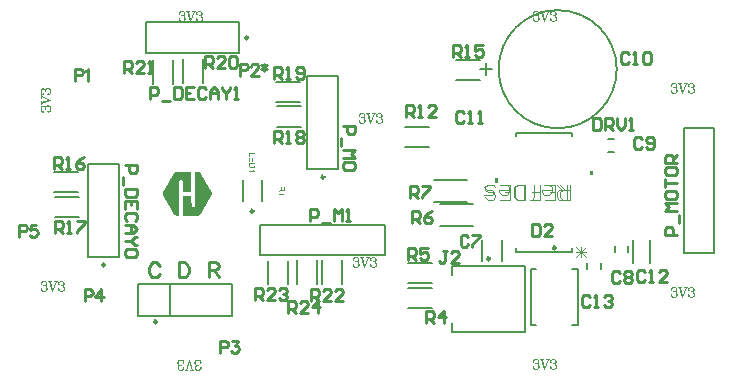
<source format=gbr>
G04*
G04 #@! TF.GenerationSoftware,Altium Limited,Altium Designer,25.8.1 (18)*
G04*
G04 Layer_Color=65535*
%FSLAX25Y25*%
%MOIN*%
G70*
G04*
G04 #@! TF.SameCoordinates,4BE62294-00A5-47EF-9B78-CB70749D35C4*
G04*
G04*
G04 #@! TF.FilePolarity,Positive*
G04*
G01*
G75*
%ADD10C,0.00984*%
%ADD11C,0.00787*%
%ADD12C,0.00600*%
%ADD13C,0.01000*%
%ADD14C,0.00300*%
%ADD15C,0.00591*%
G36*
X75149Y5083D02*
X74149D01*
Y6583D01*
X75149D01*
Y5083D01*
D02*
G37*
G36*
X43349Y2524D02*
X42349D01*
Y4024D01*
X43349D01*
Y2524D01*
D02*
G37*
G36*
X-58777Y6080D02*
Y6020D01*
Y5960D01*
Y5900D01*
Y5840D01*
Y5780D01*
Y5720D01*
Y5660D01*
Y5600D01*
Y5540D01*
Y5480D01*
Y5420D01*
Y5360D01*
Y5300D01*
Y5240D01*
Y5180D01*
Y5120D01*
Y5060D01*
Y5000D01*
Y4940D01*
Y4880D01*
Y4820D01*
Y4760D01*
Y4700D01*
Y4640D01*
Y4580D01*
Y4520D01*
Y4460D01*
Y4400D01*
Y4340D01*
Y4280D01*
Y4220D01*
Y4160D01*
Y4100D01*
Y4040D01*
Y3980D01*
Y3920D01*
Y3860D01*
Y3800D01*
Y3740D01*
Y3680D01*
Y3620D01*
Y3560D01*
Y3500D01*
Y3440D01*
Y3380D01*
Y3320D01*
Y3260D01*
Y3200D01*
Y3140D01*
Y3080D01*
Y3020D01*
Y2960D01*
Y2900D01*
Y2840D01*
Y2780D01*
Y2720D01*
Y2660D01*
Y2600D01*
Y2540D01*
Y2480D01*
Y2420D01*
Y2360D01*
Y2300D01*
Y2240D01*
Y2180D01*
Y2120D01*
Y2060D01*
Y2000D01*
Y1940D01*
Y1880D01*
Y1820D01*
Y1760D01*
Y1700D01*
Y1640D01*
Y1580D01*
Y1520D01*
Y1460D01*
Y1400D01*
Y1340D01*
Y1280D01*
Y1220D01*
Y1160D01*
Y1100D01*
Y1040D01*
Y980D01*
Y920D01*
Y860D01*
Y800D01*
Y740D01*
Y680D01*
Y620D01*
Y560D01*
Y500D01*
Y440D01*
Y380D01*
Y320D01*
Y260D01*
Y200D01*
Y140D01*
Y80D01*
Y20D01*
Y-40D01*
Y-100D01*
Y-160D01*
Y-220D01*
Y-280D01*
Y-340D01*
Y-400D01*
X-61537D01*
Y-340D01*
X-61597D01*
Y-280D01*
Y-220D01*
Y-160D01*
Y-100D01*
Y-40D01*
Y20D01*
Y80D01*
Y140D01*
Y200D01*
Y260D01*
Y320D01*
Y380D01*
Y440D01*
Y500D01*
Y560D01*
Y620D01*
Y680D01*
Y740D01*
Y800D01*
Y860D01*
Y920D01*
Y980D01*
Y1040D01*
Y1100D01*
Y1160D01*
Y1220D01*
Y1280D01*
Y1340D01*
Y1400D01*
Y1460D01*
Y1520D01*
Y1580D01*
Y1640D01*
Y1700D01*
Y1760D01*
Y1820D01*
Y1880D01*
Y1940D01*
Y2000D01*
Y2060D01*
Y2120D01*
Y2180D01*
Y2240D01*
Y2300D01*
Y2360D01*
Y2420D01*
Y2480D01*
Y2540D01*
Y2600D01*
Y2660D01*
Y2720D01*
Y2780D01*
Y2840D01*
Y2900D01*
Y2960D01*
Y3020D01*
Y3080D01*
X-61657D01*
Y3140D01*
Y3200D01*
X-61717D01*
Y3260D01*
X-61777D01*
Y3320D01*
X-61837D01*
Y3380D01*
X-61957D01*
Y3440D01*
X-62197D01*
Y3500D01*
X-62257D01*
Y3440D01*
X-62497D01*
Y3380D01*
X-62617D01*
Y3320D01*
X-62677D01*
Y3260D01*
X-62737D01*
Y3200D01*
X-62797D01*
Y3140D01*
Y3080D01*
X-62857D01*
Y3020D01*
Y2960D01*
Y2900D01*
Y2840D01*
Y2780D01*
Y2720D01*
Y2660D01*
Y2600D01*
Y2540D01*
Y2480D01*
Y2420D01*
Y2360D01*
Y2300D01*
Y2240D01*
Y2180D01*
Y2120D01*
Y2060D01*
Y2000D01*
Y1940D01*
Y1880D01*
Y1820D01*
Y1760D01*
Y1700D01*
Y1640D01*
Y1580D01*
X-62917D01*
Y1520D01*
Y1460D01*
Y1400D01*
Y1340D01*
Y1280D01*
Y1220D01*
Y1160D01*
Y1100D01*
Y1040D01*
Y980D01*
Y920D01*
Y860D01*
Y800D01*
Y740D01*
Y680D01*
Y620D01*
Y560D01*
Y500D01*
Y440D01*
Y380D01*
Y320D01*
Y260D01*
Y200D01*
Y140D01*
Y80D01*
Y20D01*
Y-40D01*
Y-100D01*
Y-160D01*
Y-220D01*
Y-280D01*
Y-340D01*
Y-400D01*
Y-460D01*
Y-520D01*
Y-580D01*
Y-640D01*
Y-700D01*
Y-760D01*
Y-820D01*
Y-880D01*
Y-940D01*
Y-1000D01*
Y-1060D01*
Y-1120D01*
Y-1180D01*
Y-1240D01*
Y-1300D01*
Y-1360D01*
Y-1420D01*
Y-1480D01*
Y-1540D01*
Y-1600D01*
Y-1660D01*
Y-1720D01*
Y-1780D01*
Y-1840D01*
Y-1900D01*
Y-1960D01*
Y-2020D01*
Y-2080D01*
Y-2140D01*
X-62857D01*
Y-2200D01*
Y-2260D01*
Y-2320D01*
Y-2380D01*
Y-2440D01*
Y-2500D01*
Y-2560D01*
Y-2620D01*
Y-2680D01*
Y-2740D01*
Y-2800D01*
Y-2860D01*
Y-2920D01*
Y-2980D01*
Y-3040D01*
Y-3100D01*
Y-3160D01*
Y-3220D01*
Y-3280D01*
Y-3340D01*
Y-3400D01*
Y-3460D01*
Y-3520D01*
Y-3580D01*
Y-3640D01*
Y-3700D01*
Y-3760D01*
Y-3820D01*
Y-3880D01*
Y-3940D01*
Y-4000D01*
Y-4060D01*
Y-4120D01*
Y-4180D01*
Y-4240D01*
Y-4300D01*
Y-4360D01*
Y-4420D01*
Y-4480D01*
Y-4540D01*
Y-4600D01*
Y-4660D01*
Y-4720D01*
Y-4780D01*
Y-4840D01*
Y-4900D01*
Y-4960D01*
Y-5020D01*
Y-5080D01*
Y-5140D01*
Y-5200D01*
Y-5260D01*
Y-5320D01*
Y-5380D01*
Y-5440D01*
Y-5500D01*
Y-5560D01*
Y-5620D01*
Y-5680D01*
Y-5740D01*
Y-5800D01*
Y-5860D01*
Y-5920D01*
Y-5980D01*
Y-6040D01*
Y-6100D01*
Y-6160D01*
Y-6220D01*
Y-6280D01*
Y-6340D01*
Y-6400D01*
Y-6460D01*
Y-6520D01*
Y-6580D01*
Y-6640D01*
Y-6700D01*
Y-6760D01*
Y-6820D01*
Y-6880D01*
Y-6940D01*
Y-7000D01*
Y-7060D01*
Y-7120D01*
Y-7180D01*
Y-7240D01*
Y-7300D01*
Y-7360D01*
Y-7420D01*
Y-7480D01*
Y-7540D01*
Y-7600D01*
Y-7660D01*
Y-7720D01*
Y-7780D01*
Y-7840D01*
Y-7900D01*
Y-7960D01*
Y-8020D01*
Y-8080D01*
Y-8140D01*
Y-8200D01*
Y-8260D01*
Y-8320D01*
X-62917D01*
Y-8380D01*
X-63937D01*
Y-8320D01*
X-64177D01*
Y-8260D01*
X-64297D01*
Y-8200D01*
X-64357D01*
Y-8140D01*
X-64417D01*
Y-8080D01*
X-64537D01*
Y-8020D01*
Y-7960D01*
X-64597D01*
Y-7900D01*
X-64657D01*
Y-7840D01*
Y-7780D01*
X-64717D01*
Y-7720D01*
X-64777D01*
Y-7660D01*
Y-7600D01*
X-64837D01*
Y-7540D01*
Y-7480D01*
X-64897D01*
Y-7420D01*
Y-7360D01*
X-64957D01*
Y-7300D01*
X-65017D01*
Y-7240D01*
Y-7180D01*
X-65077D01*
Y-7120D01*
Y-7060D01*
X-65137D01*
Y-7000D01*
X-65197D01*
Y-6940D01*
Y-6880D01*
X-65257D01*
Y-6820D01*
Y-6760D01*
X-65317D01*
Y-6700D01*
Y-6640D01*
X-65377D01*
Y-6580D01*
X-65437D01*
Y-6520D01*
Y-6460D01*
X-65497D01*
Y-6400D01*
Y-6340D01*
X-65557D01*
Y-6280D01*
Y-6220D01*
X-65617D01*
Y-6160D01*
X-65677D01*
Y-6100D01*
Y-6040D01*
X-65737D01*
Y-5980D01*
Y-5920D01*
X-65797D01*
Y-5860D01*
Y-5800D01*
X-65857D01*
Y-5740D01*
X-65917D01*
Y-5680D01*
Y-5620D01*
X-65977D01*
Y-5560D01*
Y-5500D01*
X-66037D01*
Y-5440D01*
X-66097D01*
Y-5380D01*
Y-5320D01*
X-66157D01*
Y-5260D01*
Y-5200D01*
X-66217D01*
Y-5140D01*
Y-5080D01*
X-66277D01*
Y-5020D01*
X-66337D01*
Y-4960D01*
Y-4900D01*
X-66397D01*
Y-4840D01*
Y-4780D01*
X-66457D01*
Y-4720D01*
Y-4660D01*
X-66517D01*
Y-4600D01*
X-66577D01*
Y-4540D01*
Y-4480D01*
X-66637D01*
Y-4420D01*
Y-4360D01*
X-66697D01*
Y-4300D01*
Y-4240D01*
X-66757D01*
Y-4180D01*
X-66817D01*
Y-4120D01*
Y-4060D01*
X-66877D01*
Y-4000D01*
Y-3940D01*
X-66937D01*
Y-3880D01*
Y-3820D01*
X-66997D01*
Y-3760D01*
X-67057D01*
Y-3700D01*
Y-3640D01*
X-67117D01*
Y-3580D01*
Y-3520D01*
X-67177D01*
Y-3460D01*
Y-3400D01*
X-67237D01*
Y-3340D01*
X-67297D01*
Y-3280D01*
Y-3220D01*
X-67357D01*
Y-3160D01*
Y-3100D01*
X-67417D01*
Y-3040D01*
X-67477D01*
Y-2980D01*
Y-2920D01*
X-67537D01*
Y-2860D01*
Y-2800D01*
X-67597D01*
Y-2740D01*
Y-2680D01*
X-67657D01*
Y-2620D01*
X-67717D01*
Y-2560D01*
Y-2500D01*
X-67777D01*
Y-2440D01*
Y-2380D01*
X-67837D01*
Y-2320D01*
Y-2260D01*
X-67897D01*
Y-2200D01*
X-67957D01*
Y-2140D01*
Y-2080D01*
X-68017D01*
Y-2020D01*
Y-1960D01*
X-68077D01*
Y-1900D01*
Y-1840D01*
X-68137D01*
Y-1780D01*
X-68197D01*
Y-1720D01*
Y-1660D01*
X-68257D01*
Y-1600D01*
Y-1540D01*
X-68317D01*
Y-1480D01*
Y-1420D01*
X-68377D01*
Y-1360D01*
Y-1300D01*
Y-1240D01*
Y-1180D01*
Y-1120D01*
Y-1060D01*
Y-1000D01*
Y-940D01*
Y-880D01*
Y-820D01*
X-68317D01*
Y-760D01*
Y-700D01*
Y-640D01*
X-68257D01*
Y-580D01*
Y-520D01*
X-68197D01*
Y-460D01*
X-68137D01*
Y-400D01*
Y-340D01*
X-68077D01*
Y-280D01*
Y-220D01*
X-68017D01*
Y-160D01*
Y-100D01*
X-67957D01*
Y-40D01*
X-67897D01*
Y20D01*
Y80D01*
X-67837D01*
Y140D01*
Y200D01*
X-67777D01*
Y260D01*
X-67717D01*
Y320D01*
Y380D01*
X-67657D01*
Y440D01*
Y500D01*
X-67597D01*
Y560D01*
Y620D01*
X-67537D01*
Y680D01*
X-67477D01*
Y740D01*
Y800D01*
X-67417D01*
Y860D01*
Y920D01*
X-67357D01*
Y980D01*
Y1040D01*
X-67297D01*
Y1100D01*
X-67237D01*
Y1160D01*
Y1220D01*
X-67177D01*
Y1280D01*
X-67117D01*
Y1340D01*
Y1400D01*
X-67057D01*
Y1460D01*
Y1520D01*
X-66997D01*
Y1580D01*
Y1640D01*
X-66937D01*
Y1700D01*
X-66877D01*
Y1760D01*
Y1820D01*
X-66817D01*
Y1880D01*
Y1940D01*
X-66757D01*
Y2000D01*
Y2060D01*
X-66697D01*
Y2120D01*
X-66637D01*
Y2180D01*
Y2240D01*
X-66577D01*
Y2300D01*
Y2360D01*
X-66517D01*
Y2420D01*
Y2480D01*
X-66457D01*
Y2540D01*
X-66397D01*
Y2600D01*
Y2660D01*
X-66337D01*
Y2720D01*
Y2780D01*
X-66277D01*
Y2840D01*
X-66217D01*
Y2900D01*
Y2960D01*
X-66157D01*
Y3020D01*
Y3080D01*
X-66097D01*
Y3140D01*
Y3200D01*
X-66037D01*
Y3260D01*
X-65977D01*
Y3320D01*
Y3380D01*
X-65917D01*
Y3440D01*
Y3500D01*
X-65857D01*
Y3560D01*
Y3620D01*
X-65797D01*
Y3680D01*
X-65737D01*
Y3740D01*
Y3800D01*
X-65677D01*
Y3860D01*
Y3920D01*
X-65617D01*
Y3980D01*
Y4040D01*
X-65557D01*
Y4100D01*
X-65497D01*
Y4160D01*
Y4220D01*
X-65437D01*
Y4280D01*
Y4340D01*
X-65377D01*
Y4400D01*
X-65317D01*
Y4460D01*
Y4520D01*
X-65257D01*
Y4580D01*
Y4640D01*
X-65197D01*
Y4700D01*
Y4760D01*
X-65137D01*
Y4820D01*
X-65077D01*
Y4880D01*
Y4940D01*
X-65017D01*
Y5000D01*
Y5060D01*
X-64957D01*
Y5120D01*
Y5180D01*
X-64897D01*
Y5240D01*
X-64837D01*
Y5300D01*
Y5360D01*
X-64777D01*
Y5420D01*
Y5480D01*
X-64717D01*
Y5540D01*
Y5600D01*
X-64657D01*
Y5660D01*
X-64597D01*
Y5720D01*
Y5780D01*
X-64537D01*
Y5840D01*
X-64477D01*
Y5900D01*
X-64417D01*
Y5960D01*
X-64297D01*
Y6020D01*
X-64177D01*
Y6080D01*
X-64057D01*
Y6140D01*
X-58777D01*
Y6080D01*
D02*
G37*
G36*
X-56317D02*
X-56137D01*
Y6020D01*
X-56017D01*
Y5960D01*
X-55957D01*
Y5900D01*
X-55897D01*
Y5840D01*
X-55837D01*
Y5780D01*
X-55777D01*
Y5720D01*
X-55717D01*
Y5660D01*
X-55657D01*
Y5600D01*
Y5540D01*
X-55597D01*
Y5480D01*
Y5420D01*
X-55537D01*
Y5360D01*
Y5300D01*
X-55477D01*
Y5240D01*
X-55417D01*
Y5180D01*
Y5120D01*
X-55357D01*
Y5060D01*
Y5000D01*
X-55297D01*
Y4940D01*
X-55237D01*
Y4880D01*
Y4820D01*
X-55177D01*
Y4760D01*
Y4700D01*
X-55117D01*
Y4640D01*
Y4580D01*
X-55057D01*
Y4520D01*
X-54997D01*
Y4460D01*
Y4400D01*
X-54937D01*
Y4340D01*
Y4280D01*
X-54877D01*
Y4220D01*
Y4160D01*
X-54817D01*
Y4100D01*
X-54757D01*
Y4040D01*
Y3980D01*
X-54697D01*
Y3920D01*
Y3860D01*
X-54637D01*
Y3800D01*
Y3740D01*
X-54577D01*
Y3680D01*
X-54517D01*
Y3620D01*
Y3560D01*
X-54457D01*
Y3500D01*
Y3440D01*
X-54397D01*
Y3380D01*
X-54337D01*
Y3320D01*
Y3260D01*
X-54277D01*
Y3200D01*
Y3140D01*
X-54217D01*
Y3080D01*
Y3020D01*
X-54157D01*
Y2960D01*
X-54097D01*
Y2900D01*
Y2840D01*
X-54037D01*
Y2780D01*
Y2720D01*
X-53977D01*
Y2660D01*
Y2600D01*
X-53917D01*
Y2540D01*
X-53857D01*
Y2480D01*
Y2420D01*
X-53797D01*
Y2360D01*
Y2300D01*
X-53737D01*
Y2240D01*
Y2180D01*
X-53677D01*
Y2120D01*
X-53617D01*
Y2060D01*
Y2000D01*
X-53557D01*
Y1940D01*
Y1880D01*
X-53497D01*
Y1820D01*
X-53437D01*
Y1760D01*
Y1700D01*
X-53377D01*
Y1640D01*
Y1580D01*
X-53317D01*
Y1520D01*
Y1460D01*
X-53257D01*
Y1400D01*
X-53197D01*
Y1340D01*
Y1280D01*
X-53137D01*
Y1220D01*
Y1160D01*
X-53077D01*
Y1100D01*
Y1040D01*
X-53017D01*
Y980D01*
X-52957D01*
Y920D01*
Y860D01*
X-52897D01*
Y800D01*
Y740D01*
X-52837D01*
Y680D01*
Y620D01*
X-52777D01*
Y560D01*
X-52717D01*
Y500D01*
Y440D01*
X-52657D01*
Y380D01*
Y320D01*
X-52597D01*
Y260D01*
X-52537D01*
Y200D01*
Y140D01*
X-52477D01*
Y80D01*
Y20D01*
X-52417D01*
Y-40D01*
Y-100D01*
X-52357D01*
Y-160D01*
X-52297D01*
Y-220D01*
Y-280D01*
X-52237D01*
Y-340D01*
Y-400D01*
X-52177D01*
Y-460D01*
Y-520D01*
X-52117D01*
Y-580D01*
X-52057D01*
Y-640D01*
Y-700D01*
X-51997D01*
Y-760D01*
Y-820D01*
Y-880D01*
Y-940D01*
X-51937D01*
Y-1000D01*
Y-1060D01*
Y-1120D01*
Y-1180D01*
Y-1240D01*
X-51997D01*
Y-1300D01*
Y-1360D01*
Y-1420D01*
Y-1480D01*
X-52057D01*
Y-1540D01*
Y-1600D01*
X-52117D01*
Y-1660D01*
Y-1720D01*
X-52177D01*
Y-1780D01*
Y-1840D01*
X-52237D01*
Y-1900D01*
X-52297D01*
Y-1960D01*
Y-2020D01*
X-52357D01*
Y-2080D01*
Y-2140D01*
X-52417D01*
Y-2200D01*
X-52477D01*
Y-2260D01*
Y-2320D01*
X-52537D01*
Y-2380D01*
Y-2440D01*
X-52597D01*
Y-2500D01*
Y-2560D01*
X-52657D01*
Y-2620D01*
X-52717D01*
Y-2680D01*
Y-2740D01*
X-52777D01*
Y-2800D01*
Y-2860D01*
X-52837D01*
Y-2920D01*
Y-2980D01*
X-52897D01*
Y-3040D01*
X-52957D01*
Y-3100D01*
Y-3160D01*
X-53017D01*
Y-3220D01*
Y-3280D01*
X-53077D01*
Y-3340D01*
X-53137D01*
Y-3400D01*
Y-3460D01*
X-53197D01*
Y-3520D01*
Y-3580D01*
X-53257D01*
Y-3640D01*
Y-3700D01*
X-53317D01*
Y-3760D01*
X-53377D01*
Y-3820D01*
Y-3880D01*
X-53437D01*
Y-3940D01*
Y-4000D01*
X-53497D01*
Y-4060D01*
Y-4120D01*
X-53557D01*
Y-4180D01*
X-53617D01*
Y-4240D01*
Y-4300D01*
X-53677D01*
Y-4360D01*
Y-4420D01*
X-53737D01*
Y-4480D01*
X-53797D01*
Y-4540D01*
Y-4600D01*
X-53857D01*
Y-4660D01*
Y-4720D01*
X-53917D01*
Y-4780D01*
Y-4840D01*
X-53977D01*
Y-4900D01*
X-54037D01*
Y-4960D01*
Y-5020D01*
X-54097D01*
Y-5080D01*
Y-5140D01*
X-54157D01*
Y-5200D01*
Y-5260D01*
X-54217D01*
Y-5320D01*
Y-5380D01*
X-54277D01*
Y-5440D01*
Y-5500D01*
X-54337D01*
Y-5560D01*
X-54397D01*
Y-5620D01*
Y-5680D01*
X-54457D01*
Y-5740D01*
Y-5800D01*
X-54517D01*
Y-5860D01*
X-54577D01*
Y-5920D01*
Y-5980D01*
X-54637D01*
Y-6040D01*
Y-6100D01*
X-54697D01*
Y-6160D01*
Y-6220D01*
X-54757D01*
Y-6280D01*
X-54817D01*
Y-6340D01*
Y-6400D01*
X-54877D01*
Y-6460D01*
Y-6520D01*
X-54937D01*
Y-6580D01*
Y-6640D01*
X-54997D01*
Y-6700D01*
X-55057D01*
Y-6760D01*
Y-6820D01*
X-55117D01*
Y-6880D01*
Y-6940D01*
X-55177D01*
Y-7000D01*
Y-7060D01*
X-55237D01*
Y-7120D01*
X-55297D01*
Y-7180D01*
Y-7240D01*
X-55357D01*
Y-7300D01*
Y-7360D01*
X-55417D01*
Y-7420D01*
Y-7480D01*
X-55477D01*
Y-7540D01*
X-55537D01*
Y-7600D01*
Y-7660D01*
X-55597D01*
Y-7720D01*
Y-7780D01*
X-55657D01*
Y-7840D01*
X-55717D01*
Y-7900D01*
Y-7960D01*
X-55777D01*
Y-8020D01*
X-55837D01*
Y-8080D01*
X-55897D01*
Y-8140D01*
X-55957D01*
Y-8200D01*
X-56077D01*
Y-8260D01*
X-56197D01*
Y-8320D01*
X-56377D01*
Y-8380D01*
X-61537D01*
Y-8320D01*
X-61597D01*
Y-8260D01*
Y-8200D01*
Y-8140D01*
Y-8080D01*
Y-8020D01*
Y-7960D01*
Y-7900D01*
Y-7840D01*
Y-7780D01*
Y-7720D01*
Y-7660D01*
Y-7600D01*
Y-7540D01*
Y-7480D01*
Y-7420D01*
Y-7360D01*
Y-7300D01*
Y-7240D01*
Y-7180D01*
Y-7120D01*
Y-7060D01*
Y-7000D01*
Y-6940D01*
Y-6880D01*
Y-6820D01*
Y-6760D01*
Y-6700D01*
Y-6640D01*
Y-6580D01*
Y-6520D01*
Y-6460D01*
Y-6400D01*
Y-6340D01*
Y-6280D01*
Y-6220D01*
Y-6160D01*
Y-6100D01*
Y-6040D01*
Y-5980D01*
Y-5920D01*
Y-5860D01*
Y-5800D01*
Y-5740D01*
Y-5680D01*
Y-5620D01*
Y-5560D01*
Y-5500D01*
Y-5440D01*
Y-5380D01*
Y-5320D01*
Y-5260D01*
Y-5200D01*
Y-5140D01*
Y-5080D01*
Y-5020D01*
Y-4960D01*
Y-4900D01*
Y-4840D01*
Y-4780D01*
Y-4720D01*
Y-4660D01*
Y-4600D01*
Y-4540D01*
Y-4480D01*
Y-4420D01*
Y-4360D01*
Y-4300D01*
Y-4240D01*
Y-4180D01*
Y-4120D01*
Y-4060D01*
Y-4000D01*
Y-3940D01*
Y-3880D01*
Y-3820D01*
Y-3760D01*
Y-3700D01*
Y-3640D01*
Y-3580D01*
Y-3520D01*
Y-3460D01*
Y-3400D01*
Y-3340D01*
Y-3280D01*
Y-3220D01*
Y-3160D01*
Y-3100D01*
Y-3040D01*
Y-2980D01*
Y-2920D01*
Y-2860D01*
Y-2800D01*
Y-2740D01*
Y-2680D01*
Y-2620D01*
Y-2560D01*
Y-2500D01*
Y-2440D01*
Y-2380D01*
Y-2320D01*
Y-2260D01*
Y-2200D01*
Y-2140D01*
Y-2080D01*
Y-2020D01*
Y-1960D01*
Y-1900D01*
Y-1840D01*
X-61537D01*
Y-1780D01*
X-58777D01*
Y-1840D01*
Y-1900D01*
Y-1960D01*
Y-2020D01*
Y-2080D01*
Y-2140D01*
Y-2200D01*
Y-2260D01*
Y-2320D01*
Y-2380D01*
Y-2440D01*
Y-2500D01*
Y-2560D01*
Y-2620D01*
Y-2680D01*
Y-2740D01*
Y-2800D01*
Y-2860D01*
Y-2920D01*
Y-2980D01*
Y-3040D01*
Y-3100D01*
Y-3160D01*
Y-3220D01*
Y-3280D01*
Y-3340D01*
Y-3400D01*
Y-3460D01*
Y-3520D01*
Y-3580D01*
Y-3640D01*
Y-3700D01*
Y-3760D01*
Y-3820D01*
Y-3880D01*
Y-3940D01*
Y-4000D01*
Y-4060D01*
Y-4120D01*
Y-4180D01*
X-58717D01*
Y-4240D01*
Y-4300D01*
Y-4360D01*
Y-4420D01*
Y-4480D01*
Y-4540D01*
Y-4600D01*
Y-4660D01*
Y-4720D01*
Y-4780D01*
Y-4840D01*
Y-4900D01*
Y-4960D01*
Y-5020D01*
Y-5080D01*
Y-5140D01*
Y-5200D01*
Y-5260D01*
Y-5320D01*
X-58657D01*
Y-5380D01*
X-58597D01*
Y-5440D01*
Y-5500D01*
X-58477D01*
Y-5560D01*
X-58417D01*
Y-5620D01*
X-58237D01*
Y-5680D01*
X-57937D01*
Y-5620D01*
X-57817D01*
Y-5560D01*
X-57697D01*
Y-5500D01*
X-57637D01*
Y-5440D01*
X-57577D01*
Y-5380D01*
X-57517D01*
Y-5320D01*
Y-5260D01*
Y-5200D01*
X-57457D01*
Y-5140D01*
Y-5080D01*
Y-5020D01*
Y-4960D01*
Y-4900D01*
Y-4840D01*
Y-4780D01*
Y-4720D01*
Y-4660D01*
Y-4600D01*
Y-4540D01*
Y-4480D01*
Y-4420D01*
Y-4360D01*
Y-4300D01*
Y-4240D01*
Y-4180D01*
Y-4120D01*
Y-4060D01*
Y-4000D01*
Y-3940D01*
Y-3880D01*
Y-3820D01*
Y-3760D01*
Y-3700D01*
Y-3640D01*
Y-3580D01*
Y-3520D01*
Y-3460D01*
Y-3400D01*
Y-3340D01*
Y-3280D01*
Y-3220D01*
Y-3160D01*
Y-3100D01*
Y-3040D01*
Y-2980D01*
Y-2920D01*
Y-2860D01*
Y-2800D01*
Y-2740D01*
Y-2680D01*
Y-2620D01*
Y-2560D01*
Y-2500D01*
Y-2440D01*
Y-2380D01*
Y-2320D01*
Y-2260D01*
Y-2200D01*
Y-2140D01*
Y-2080D01*
Y-2020D01*
Y-1960D01*
Y-1900D01*
Y-1840D01*
Y-1780D01*
Y-1720D01*
Y-1660D01*
Y-1600D01*
Y-1540D01*
Y-1480D01*
Y-1420D01*
Y-1360D01*
Y-1300D01*
Y-1240D01*
Y-1180D01*
Y-1120D01*
Y-1060D01*
Y-1000D01*
Y-940D01*
Y-880D01*
Y-820D01*
Y-760D01*
Y-700D01*
Y-640D01*
Y-580D01*
Y-520D01*
Y-460D01*
Y-400D01*
Y-340D01*
Y-280D01*
Y-220D01*
Y-160D01*
Y-100D01*
Y-40D01*
Y20D01*
Y80D01*
Y140D01*
Y200D01*
Y260D01*
Y320D01*
Y380D01*
Y440D01*
Y500D01*
Y560D01*
Y620D01*
Y680D01*
Y740D01*
Y800D01*
Y860D01*
Y920D01*
Y980D01*
Y1040D01*
Y1100D01*
Y1160D01*
Y1220D01*
Y1280D01*
Y1340D01*
Y1400D01*
Y1460D01*
Y1520D01*
Y1580D01*
Y1640D01*
Y1700D01*
Y1760D01*
Y1820D01*
Y1880D01*
Y1940D01*
Y2000D01*
Y2060D01*
Y2120D01*
Y2180D01*
Y2240D01*
Y2300D01*
Y2360D01*
Y2420D01*
Y2480D01*
Y2540D01*
Y2600D01*
Y2660D01*
Y2720D01*
Y2780D01*
Y2840D01*
Y2900D01*
Y2960D01*
Y3020D01*
Y3080D01*
Y3140D01*
Y3200D01*
Y3260D01*
Y3320D01*
Y3380D01*
Y3440D01*
Y3500D01*
Y3560D01*
Y3620D01*
Y3680D01*
Y3740D01*
Y3800D01*
Y3860D01*
Y3920D01*
Y3980D01*
Y4040D01*
Y4100D01*
Y4160D01*
Y4220D01*
Y4280D01*
Y4340D01*
Y4400D01*
Y4460D01*
Y4520D01*
Y4580D01*
Y4640D01*
Y4700D01*
Y4760D01*
Y4820D01*
Y4880D01*
Y4940D01*
Y5000D01*
Y5060D01*
Y5120D01*
Y5180D01*
Y5240D01*
Y5300D01*
Y5360D01*
Y5420D01*
Y5480D01*
Y5540D01*
Y5600D01*
Y5660D01*
Y5720D01*
Y5780D01*
Y5840D01*
Y5900D01*
Y5960D01*
Y6020D01*
Y6080D01*
Y6140D01*
X-56317D01*
Y6080D01*
D02*
G37*
G36*
X-27713Y349D02*
X-27716Y325D01*
Y299D01*
X-27719Y237D01*
X-27728Y171D01*
X-27737Y100D01*
X-27752Y35D01*
X-27761Y3D01*
X-27770Y-24D01*
Y-27D01*
X-27773Y-30D01*
X-27782Y-48D01*
X-27793Y-74D01*
X-27814Y-107D01*
X-27841Y-142D01*
X-27876Y-181D01*
X-27918Y-216D01*
X-27965Y-252D01*
X-27968D01*
X-27971Y-255D01*
X-27989Y-267D01*
X-28018Y-279D01*
X-28057Y-296D01*
X-28101Y-311D01*
X-28155Y-326D01*
X-28211Y-335D01*
X-28273Y-338D01*
X-28276D01*
X-28282D01*
X-28294D01*
X-28308Y-335D01*
X-28329D01*
X-28350Y-332D01*
X-28400Y-320D01*
X-28459Y-302D01*
X-28521Y-279D01*
X-28584Y-243D01*
X-28613Y-219D01*
X-28643Y-196D01*
X-28646Y-193D01*
X-28649Y-190D01*
X-28658Y-181D01*
X-28666Y-169D01*
X-28678Y-154D01*
X-28690Y-137D01*
X-28705Y-113D01*
X-28723Y-89D01*
X-28738Y-59D01*
X-28752Y-27D01*
X-28770Y9D01*
X-28785Y47D01*
X-28797Y91D01*
X-28812Y136D01*
X-28820Y186D01*
X-28829Y239D01*
X-28832Y234D01*
X-28838Y222D01*
X-28850Y204D01*
X-28862Y180D01*
X-28894Y127D01*
X-28915Y100D01*
X-28933Y77D01*
X-28939Y71D01*
X-28954Y56D01*
X-28977Y32D01*
X-29007Y3D01*
X-29048Y-30D01*
X-29093Y-68D01*
X-29146Y-107D01*
X-29205Y-148D01*
X-29762Y-501D01*
Y-163D01*
X-29335Y106D01*
X-29333D01*
X-29327Y112D01*
X-29318Y118D01*
X-29306Y127D01*
X-29273Y148D01*
X-29232Y174D01*
X-29188Y207D01*
X-29140Y239D01*
X-29096Y272D01*
X-29054Y302D01*
X-29051Y305D01*
X-29039Y313D01*
X-29022Y328D01*
X-29001Y349D01*
X-28957Y393D01*
X-28936Y417D01*
X-28918Y441D01*
X-28915Y444D01*
X-28912Y450D01*
X-28906Y461D01*
X-28897Y479D01*
X-28888Y497D01*
X-28880Y518D01*
X-28865Y565D01*
Y568D01*
X-28862Y574D01*
Y586D01*
X-28859Y601D01*
X-28856Y621D01*
Y645D01*
X-28853Y678D01*
Y1027D01*
X-29762D01*
Y1299D01*
X-27713D01*
Y349D01*
D02*
G37*
G36*
X-28220Y-856D02*
X-28214Y-862D01*
X-28211Y-874D01*
X-28202Y-888D01*
X-28193Y-906D01*
X-28181Y-927D01*
X-28152Y-977D01*
X-28119Y-1036D01*
X-28078Y-1096D01*
X-28030Y-1158D01*
X-27980Y-1220D01*
X-27977Y-1223D01*
X-27974Y-1226D01*
X-27965Y-1235D01*
X-27956Y-1247D01*
X-27926Y-1273D01*
X-27891Y-1309D01*
X-27850Y-1344D01*
X-27802Y-1383D01*
X-27755Y-1415D01*
X-27705Y-1445D01*
Y-1608D01*
X-29762D01*
Y-1356D01*
X-28160D01*
X-28163Y-1353D01*
X-28175Y-1338D01*
X-28193Y-1321D01*
X-28214Y-1291D01*
X-28240Y-1258D01*
X-28270Y-1217D01*
X-28302Y-1170D01*
X-28335Y-1116D01*
Y-1113D01*
X-28338Y-1110D01*
X-28350Y-1093D01*
X-28365Y-1063D01*
X-28382Y-1027D01*
X-28403Y-986D01*
X-28424Y-942D01*
X-28444Y-897D01*
X-28462Y-853D01*
X-28220D01*
Y-856D01*
D02*
G37*
G36*
X-37523Y12295D02*
X-39329D01*
Y11286D01*
X-39572D01*
Y12567D01*
X-37523D01*
Y12295D01*
D02*
G37*
G36*
Y9477D02*
X-37766D01*
Y10688D01*
X-38390D01*
Y9554D01*
X-38633D01*
Y10688D01*
X-39329D01*
Y9430D01*
X-39572D01*
Y10960D01*
X-37523D01*
Y9477D01*
D02*
G37*
G36*
Y8267D02*
X-37526Y8213D01*
X-37529Y8154D01*
X-37535Y8095D01*
X-37544Y8036D01*
X-37553Y7986D01*
Y7982D01*
X-37556Y7977D01*
Y7968D01*
X-37562Y7956D01*
X-37571Y7923D01*
X-37585Y7882D01*
X-37606Y7835D01*
X-37633Y7784D01*
X-37662Y7734D01*
X-37701Y7687D01*
X-37704Y7683D01*
X-37707Y7681D01*
X-37716Y7672D01*
X-37725Y7660D01*
X-37754Y7630D01*
X-37795Y7595D01*
X-37846Y7556D01*
X-37905Y7515D01*
X-37973Y7476D01*
X-38050Y7444D01*
X-38053D01*
X-38059Y7441D01*
X-38071Y7435D01*
X-38089Y7432D01*
X-38109Y7423D01*
X-38133Y7417D01*
X-38160Y7411D01*
X-38192Y7402D01*
X-38225Y7393D01*
X-38263Y7388D01*
X-38346Y7373D01*
X-38438Y7364D01*
X-38539Y7361D01*
X-38541D01*
X-38547D01*
X-38562D01*
X-38577D01*
X-38598Y7364D01*
X-38621D01*
X-38678Y7367D01*
X-38743Y7376D01*
X-38811Y7385D01*
X-38882Y7399D01*
X-38953Y7417D01*
X-38956D01*
X-38962Y7420D01*
X-38971Y7423D01*
X-38982Y7426D01*
X-39015Y7438D01*
X-39057Y7456D01*
X-39104Y7473D01*
X-39151Y7497D01*
X-39202Y7527D01*
X-39249Y7556D01*
X-39255Y7559D01*
X-39270Y7571D01*
X-39290Y7589D01*
X-39317Y7613D01*
X-39347Y7639D01*
X-39376Y7672D01*
X-39409Y7704D01*
X-39435Y7743D01*
X-39438Y7749D01*
X-39447Y7761D01*
X-39459Y7781D01*
X-39474Y7811D01*
X-39492Y7846D01*
X-39506Y7888D01*
X-39524Y7935D01*
X-39539Y7988D01*
Y7994D01*
X-39542Y8003D01*
X-39545Y8012D01*
X-39548Y8042D01*
X-39554Y8083D01*
X-39560Y8130D01*
X-39566Y8187D01*
X-39569Y8249D01*
X-39572Y8317D01*
Y9054D01*
X-37523D01*
Y8267D01*
D02*
G37*
G36*
X-38029Y6896D02*
X-38023Y6890D01*
X-38021Y6878D01*
X-38012Y6864D01*
X-38003Y6846D01*
X-37991Y6825D01*
X-37961Y6775D01*
X-37929Y6716D01*
X-37887Y6656D01*
X-37840Y6594D01*
X-37790Y6532D01*
X-37787Y6529D01*
X-37784Y6526D01*
X-37775Y6517D01*
X-37766Y6505D01*
X-37736Y6479D01*
X-37701Y6443D01*
X-37659Y6408D01*
X-37612Y6369D01*
X-37565Y6337D01*
X-37514Y6307D01*
Y6144D01*
X-39572D01*
Y6396D01*
X-37970D01*
X-37973Y6399D01*
X-37985Y6414D01*
X-38003Y6431D01*
X-38023Y6461D01*
X-38050Y6494D01*
X-38080Y6535D01*
X-38112Y6582D01*
X-38145Y6636D01*
Y6639D01*
X-38148Y6642D01*
X-38160Y6659D01*
X-38174Y6689D01*
X-38192Y6724D01*
X-38213Y6766D01*
X-38234Y6810D01*
X-38254Y6855D01*
X-38272Y6899D01*
X-38029D01*
Y6896D01*
D02*
G37*
%LPC*%
G36*
X-27941Y1027D02*
X-28619D01*
Y417D01*
X-28616Y381D01*
X-28613Y340D01*
X-28610Y293D01*
X-28604Y245D01*
X-28596Y198D01*
X-28584Y157D01*
X-28581Y151D01*
X-28575Y139D01*
X-28566Y121D01*
X-28554Y97D01*
X-28536Y71D01*
X-28516Y44D01*
X-28489Y17D01*
X-28459Y-3D01*
X-28456Y-6D01*
X-28444Y-12D01*
X-28427Y-21D01*
X-28403Y-33D01*
X-28376Y-42D01*
X-28347Y-51D01*
X-28311Y-57D01*
X-28276Y-59D01*
X-28273D01*
X-28270D01*
X-28252Y-57D01*
X-28225Y-54D01*
X-28190Y-48D01*
X-28155Y-33D01*
X-28113Y-15D01*
X-28074Y12D01*
X-28036Y47D01*
X-28033Y53D01*
X-28021Y68D01*
X-28007Y91D01*
X-27989Y130D01*
X-27971Y174D01*
X-27956Y234D01*
X-27944Y302D01*
X-27941Y381D01*
Y1027D01*
D02*
G37*
G36*
X-37766Y8782D02*
X-39329D01*
Y8296D01*
X-39326Y8275D01*
X-39323Y8231D01*
X-39320Y8181D01*
X-39314Y8128D01*
X-39305Y8074D01*
X-39293Y8030D01*
X-39290Y8024D01*
X-39287Y8009D01*
X-39279Y7988D01*
X-39267Y7962D01*
X-39249Y7932D01*
X-39231Y7903D01*
X-39210Y7873D01*
X-39187Y7843D01*
X-39181Y7840D01*
X-39169Y7829D01*
X-39148Y7811D01*
X-39119Y7790D01*
X-39080Y7766D01*
X-39036Y7740D01*
X-38985Y7716D01*
X-38929Y7695D01*
X-38926D01*
X-38920Y7692D01*
X-38912Y7689D01*
X-38900Y7687D01*
X-38885Y7683D01*
X-38864Y7678D01*
X-38843Y7672D01*
X-38820Y7666D01*
X-38761Y7657D01*
X-38692Y7648D01*
X-38616Y7642D01*
X-38533Y7639D01*
X-38530D01*
X-38518D01*
X-38503D01*
X-38479Y7642D01*
X-38453D01*
X-38423Y7645D01*
X-38388Y7648D01*
X-38352Y7651D01*
X-38272Y7666D01*
X-38189Y7683D01*
X-38112Y7710D01*
X-38074Y7728D01*
X-38041Y7746D01*
X-38038D01*
X-38032Y7752D01*
X-38023Y7757D01*
X-38012Y7763D01*
X-37982Y7787D01*
X-37947Y7817D01*
X-37908Y7855D01*
X-37870Y7900D01*
X-37837Y7950D01*
X-37810Y8003D01*
X-37807Y8009D01*
X-37804Y8024D01*
X-37795Y8051D01*
X-37787Y8089D01*
X-37781Y8136D01*
X-37772Y8196D01*
X-37769Y8231D01*
Y8270D01*
X-37766Y8308D01*
Y8782D01*
D02*
G37*
%LPD*%
D10*
X-38051Y-6935D02*
G03*
X-38051Y-6935I-492J0D01*
G01*
X-87580Y-24836D02*
G03*
X-87580Y-24836I-492J0D01*
G01*
X40717Y-22775D02*
G03*
X40717Y-22775I-492J0D01*
G01*
X-39890Y50888D02*
G03*
X-39890Y50888I-492J0D01*
G01*
X-14484Y4446D02*
G03*
X-14484Y4446I-492J0D01*
G01*
X-70366Y-43801D02*
G03*
X-70366Y-43801I-492J0D01*
G01*
X62640Y-19154D02*
G03*
X62640Y-19154I-492J0D01*
G01*
D11*
X82960Y40397D02*
G03*
X82960Y40397I-19685J0D01*
G01*
X-26594Y-31293D02*
Y-23371D01*
X-33287Y-31293D02*
Y-23371D01*
X105273Y-20718D02*
Y20778D01*
Y-20718D02*
X115273Y-20718D01*
X115273Y20778D01*
X105273Y20778D02*
X115273Y20778D01*
X-55042Y35784D02*
Y43706D01*
X-61735Y35784D02*
Y43706D01*
X-35393Y-3687D02*
Y3399D01*
X-41693Y-3687D02*
Y3399D01*
X-93230Y-22218D02*
Y8766D01*
X-82915D01*
Y-22218D02*
Y8766D01*
X-93230Y-22218D02*
X-82915D01*
X-35786Y-21647D02*
Y-11647D01*
X5710D01*
Y-21647D02*
Y-11647D01*
X-35786Y-21647D02*
X5710D01*
X29508Y43570D02*
X37430D01*
X29508Y36877D02*
X37430D01*
X80132Y12722D02*
X82076D01*
X80132Y17077D02*
X82076D01*
X94115Y-24033D02*
Y-16552D01*
X88406Y-24033D02*
Y-16552D01*
X86808Y-20385D02*
Y-18441D01*
X82453Y-20385D02*
Y-18441D01*
X77854Y-26256D02*
Y-24311D01*
X73105Y-26256D02*
Y-24311D01*
X44711Y-23510D02*
Y-16621D01*
X38006Y-23531D02*
Y-16642D01*
X28020Y-47145D02*
Y-44263D01*
Y-28216D02*
Y-25334D01*
Y-47145D02*
X52430D01*
Y-25334D01*
X28020D02*
X52430D01*
X13308Y-24213D02*
X21230D01*
X13308Y-30906D02*
X21230D01*
X13308Y-39110D02*
X21230D01*
X13308Y-32417D02*
X21230D01*
X22023Y-3723D02*
X33079D01*
X22023Y3593D02*
X33079D01*
X24058Y-4476D02*
X35113D01*
X24058Y-11792D02*
X35113D01*
X-16829Y-31091D02*
Y-23169D01*
X-23522Y-31091D02*
Y-23169D01*
X-8478Y-31182D02*
Y-23260D01*
X-15170Y-31182D02*
Y-23260D01*
X-104584Y-525D02*
X-96662D01*
X-104584Y6168D02*
X-96662D01*
X-104183Y-9004D02*
X-96262D01*
X-104183Y-2311D02*
X-96262D01*
X-71653Y35612D02*
Y43534D01*
X-64960Y35612D02*
Y43534D01*
X-73984Y45731D02*
X-43000D01*
X-73984D02*
Y56046D01*
X-43000D01*
Y45731D02*
Y56046D01*
X-20134Y7064D02*
X-9819D01*
Y38048D01*
X-20134D02*
X-9819D01*
X-20134Y7064D02*
Y38048D01*
X-30452Y36296D02*
X-22530D01*
X-30452Y29603D02*
X-22530D01*
X-30347Y21295D02*
X-22425D01*
X-30347Y27988D02*
X-22425D01*
X-65858Y-41871D02*
Y-31360D01*
X-76606Y-41871D02*
Y-31360D01*
Y-41871D02*
X-45110D01*
Y-31360D01*
X-76606D02*
X-45110D01*
X69904Y-44745D02*
Y-26044D01*
X54392Y-44745D02*
X56223D01*
X68073D02*
X69904D01*
X54392D02*
Y-26044D01*
X56223D01*
X68073D02*
X69904D01*
X12450Y21229D02*
X20371D01*
X12450Y14536D02*
X20371D01*
D12*
X49399Y19235D02*
X68099D01*
X49399Y18079D02*
Y19235D01*
Y-20365D02*
X68099D01*
Y-19208D01*
Y18079D02*
Y19235D01*
X49399Y-20365D02*
Y-19208D01*
D13*
X-37733Y-36401D02*
Y-32403D01*
X-35734D01*
X-35068Y-33069D01*
Y-34402D01*
X-35734Y-35068D01*
X-37733D01*
X-36400D02*
X-35068Y-36401D01*
X-31069D02*
X-33735D01*
X-31069Y-33735D01*
Y-33069D01*
X-31735Y-32403D01*
X-33068D01*
X-33735Y-33069D01*
X-29736D02*
X-29070Y-32403D01*
X-27737D01*
X-27070Y-33069D01*
Y-33735D01*
X-27737Y-34402D01*
X-28403D01*
X-27737D01*
X-27070Y-35068D01*
Y-35735D01*
X-27737Y-36401D01*
X-29070D01*
X-29736Y-35735D01*
X-42593Y40120D02*
X-40879D01*
X-40308Y40311D01*
X-40117Y40501D01*
X-39927Y40882D01*
Y41453D01*
X-40117Y41834D01*
X-40308Y42025D01*
X-40879Y42215D01*
X-42593D01*
Y38216D01*
X-38842Y41263D02*
Y41453D01*
X-38651Y41834D01*
X-38461Y42025D01*
X-38080Y42215D01*
X-37318D01*
X-36937Y42025D01*
X-36747Y41834D01*
X-36556Y41453D01*
Y41073D01*
X-36747Y40692D01*
X-37128Y40120D01*
X-39032Y38216D01*
X-36366D01*
X-34519Y42215D02*
Y39930D01*
X-35471Y41644D02*
X-33566Y40501D01*
Y41644D02*
X-35471Y40501D01*
X-69429Y-25190D02*
X-69667Y-24714D01*
X-70144Y-24238D01*
X-70620Y-24000D01*
X-71572D01*
X-72048Y-24238D01*
X-72524Y-24714D01*
X-72762Y-25190D01*
X-73000Y-25904D01*
Y-27095D01*
X-72762Y-27809D01*
X-72524Y-28285D01*
X-72048Y-28761D01*
X-71572Y-28999D01*
X-70620D01*
X-70144Y-28761D01*
X-69667Y-28285D01*
X-69429Y-27809D01*
X-63000Y-24000D02*
Y-28999D01*
Y-24000D02*
X-61334D01*
X-60620Y-24238D01*
X-60144Y-24714D01*
X-59905Y-25190D01*
X-59667Y-25904D01*
Y-27095D01*
X-59905Y-27809D01*
X-60144Y-28285D01*
X-60620Y-28761D01*
X-61334Y-28999D01*
X-63000D01*
X-49164Y-52281D02*
X-47450D01*
X-46878Y-52090D01*
X-46688Y-51900D01*
X-46498Y-51519D01*
Y-50948D01*
X-46688Y-50567D01*
X-46878Y-50376D01*
X-47450Y-50186D01*
X-49164D01*
Y-54185D01*
X-45222Y-50186D02*
X-43127D01*
X-44269Y-51710D01*
X-43698D01*
X-43317Y-51900D01*
X-43127Y-52090D01*
X-42937Y-52662D01*
Y-53043D01*
X-43127Y-53614D01*
X-43508Y-53995D01*
X-44079Y-54185D01*
X-44650D01*
X-45222Y-53995D01*
X-45412Y-53804D01*
X-45603Y-53423D01*
X-53000Y-24000D02*
Y-28999D01*
Y-24000D02*
X-50858D01*
X-50143Y-24238D01*
X-49905Y-24476D01*
X-49667Y-24952D01*
Y-25428D01*
X-49905Y-25904D01*
X-50143Y-26142D01*
X-50858Y-26380D01*
X-53000D01*
X-51334D02*
X-49667Y-28999D01*
X-116294Y-13594D02*
X-114580D01*
X-114009Y-13403D01*
X-113818Y-13213D01*
X-113628Y-12832D01*
Y-12261D01*
X-113818Y-11880D01*
X-114009Y-11689D01*
X-114580Y-11499D01*
X-116294D01*
Y-15498D01*
X-110448Y-11499D02*
X-112352D01*
X-112542Y-13213D01*
X-112352Y-13022D01*
X-111781Y-12832D01*
X-111209D01*
X-110638Y-13022D01*
X-110257Y-13403D01*
X-110067Y-13975D01*
Y-14355D01*
X-110257Y-14927D01*
X-110638Y-15308D01*
X-111209Y-15498D01*
X-111781D01*
X-112352Y-15308D01*
X-112542Y-15117D01*
X-112733Y-14736D01*
X-94400Y-35095D02*
X-92686D01*
X-92115Y-34904D01*
X-91924Y-34714D01*
X-91734Y-34333D01*
Y-33762D01*
X-91924Y-33381D01*
X-92115Y-33190D01*
X-92686Y-33000D01*
X-94400D01*
Y-36999D01*
X-88934Y-33000D02*
X-90839Y-35666D01*
X-87982D01*
X-88934Y-33000D02*
Y-36999D01*
X-97716Y38336D02*
X-96002D01*
X-95430Y38527D01*
X-95240Y38717D01*
X-95050Y39098D01*
Y39669D01*
X-95240Y40050D01*
X-95430Y40240D01*
X-96002Y40431D01*
X-97716D01*
Y36432D01*
X-94155Y39669D02*
X-93774Y39860D01*
X-93202Y40431D01*
Y36432D01*
X26458Y-20162D02*
X25125D01*
X25791D01*
Y-23494D01*
X25125Y-24161D01*
X24458D01*
X23792Y-23494D01*
X30457Y-24161D02*
X27791D01*
X30457Y-21495D01*
Y-20828D01*
X29790Y-20162D01*
X28457D01*
X27791Y-20828D01*
X-26551Y-40967D02*
Y-36969D01*
X-24552D01*
X-23885Y-37635D01*
Y-38968D01*
X-24552Y-39634D01*
X-26551D01*
X-25218D02*
X-23885Y-40967D01*
X-19887D02*
X-22552D01*
X-19887Y-38302D01*
Y-37635D01*
X-20553Y-36969D01*
X-21886D01*
X-22552Y-37635D01*
X-16554Y-40967D02*
Y-36969D01*
X-18554Y-38968D01*
X-15888D01*
X-18971Y-37019D02*
Y-33021D01*
X-16971D01*
X-16305Y-33687D01*
Y-35020D01*
X-16971Y-35686D01*
X-18971D01*
X-17638D02*
X-16305Y-37019D01*
X-12306D02*
X-14972D01*
X-12306Y-34354D01*
Y-33687D01*
X-12972Y-33021D01*
X-14305D01*
X-14972Y-33687D01*
X-8307Y-37019D02*
X-10973D01*
X-8307Y-34354D01*
Y-33687D01*
X-8974Y-33021D01*
X-10307D01*
X-10973Y-33687D01*
X-81391Y39195D02*
Y43194D01*
X-79392D01*
X-78725Y42527D01*
Y41194D01*
X-79392Y40528D01*
X-81391D01*
X-80058D02*
X-78725Y39195D01*
X-74727D02*
X-77393D01*
X-74727Y41861D01*
Y42527D01*
X-75393Y43194D01*
X-76726D01*
X-77393Y42527D01*
X-73394Y39195D02*
X-72061D01*
X-72727D01*
Y43194D01*
X-73394Y42527D01*
X-54150Y40666D02*
Y44664D01*
X-52150D01*
X-51484Y43998D01*
Y42665D01*
X-52150Y41998D01*
X-54150D01*
X-52817D02*
X-51484Y40666D01*
X-47485D02*
X-50151D01*
X-47485Y43331D01*
Y43998D01*
X-48151Y44664D01*
X-49484D01*
X-50151Y43998D01*
X-46152D02*
X-45486Y44664D01*
X-44153D01*
X-43486Y43998D01*
Y41332D01*
X-44153Y40666D01*
X-45486D01*
X-46152Y41332D01*
Y43998D01*
X-31135Y37247D02*
Y41246D01*
X-29136D01*
X-28469Y40579D01*
Y39246D01*
X-29136Y38580D01*
X-31135D01*
X-29802D02*
X-28469Y37247D01*
X-27137D02*
X-25804D01*
X-26470D01*
Y41246D01*
X-27137Y40579D01*
X-23804Y37914D02*
X-23138Y37247D01*
X-21805D01*
X-21138Y37914D01*
Y40579D01*
X-21805Y41246D01*
X-23138D01*
X-23804Y40579D01*
Y39913D01*
X-23138Y39246D01*
X-21138D01*
X-31197Y15744D02*
Y19743D01*
X-29197D01*
X-28531Y19076D01*
Y17743D01*
X-29197Y17077D01*
X-31197D01*
X-29864D02*
X-28531Y15744D01*
X-27198D02*
X-25865D01*
X-26532D01*
Y19743D01*
X-27198Y19076D01*
X-23866D02*
X-23200Y19743D01*
X-21867D01*
X-21200Y19076D01*
Y18410D01*
X-21867Y17743D01*
X-21200Y17077D01*
Y16410D01*
X-21867Y15744D01*
X-23200D01*
X-23866Y16410D01*
Y17077D01*
X-23200Y17743D01*
X-23866Y18410D01*
Y19076D01*
X-23200Y17743D02*
X-21867D01*
X-104396Y-14222D02*
Y-10223D01*
X-102397D01*
X-101730Y-10890D01*
Y-12223D01*
X-102397Y-12889D01*
X-104396D01*
X-103063D02*
X-101730Y-14222D01*
X-100397D02*
X-99064D01*
X-99731D01*
Y-10223D01*
X-100397Y-10890D01*
X-97065Y-10223D02*
X-94399D01*
Y-10890D01*
X-97065Y-13555D01*
Y-14222D01*
X-104547Y7203D02*
Y11202D01*
X-102548D01*
X-101881Y10536D01*
Y9203D01*
X-102548Y8536D01*
X-104547D01*
X-103214D02*
X-101881Y7203D01*
X-100548D02*
X-99215D01*
X-99882D01*
Y11202D01*
X-100548Y10536D01*
X-94550Y11202D02*
X-95883Y10536D01*
X-97216Y9203D01*
Y7870D01*
X-96549Y7203D01*
X-95217D01*
X-94550Y7870D01*
Y8536D01*
X-95217Y9203D01*
X-97216D01*
X28363Y44478D02*
Y48477D01*
X30362D01*
X31029Y47810D01*
Y46477D01*
X30362Y45811D01*
X28363D01*
X29696D02*
X31029Y44478D01*
X32362D02*
X33695D01*
X33028D01*
Y48477D01*
X32362Y47810D01*
X38360Y48477D02*
X35694D01*
Y46477D01*
X37027Y47144D01*
X37693D01*
X38360Y46477D01*
Y45144D01*
X37693Y44478D01*
X36360D01*
X35694Y45144D01*
X12700Y24600D02*
Y28598D01*
X14699D01*
X15366Y27932D01*
Y26599D01*
X14699Y25932D01*
X12700D01*
X14033D02*
X15366Y24600D01*
X16699D02*
X18032D01*
X17365D01*
Y28598D01*
X16699Y27932D01*
X22697Y24600D02*
X20031D01*
X22697Y27265D01*
Y27932D01*
X22030Y28598D01*
X20697D01*
X20031Y27932D01*
X14120Y-2668D02*
Y1331D01*
X16120D01*
X16786Y664D01*
Y-668D01*
X16120Y-1335D01*
X14120D01*
X15453D02*
X16786Y-2668D01*
X18119Y1331D02*
X20785D01*
Y664D01*
X18119Y-2001D01*
Y-2668D01*
X14773Y-10961D02*
Y-6963D01*
X16772D01*
X17439Y-7629D01*
Y-8962D01*
X16772Y-9629D01*
X14773D01*
X16106D02*
X17439Y-10961D01*
X21437Y-6963D02*
X20104Y-7629D01*
X18771Y-8962D01*
Y-10295D01*
X19438Y-10961D01*
X20771D01*
X21437Y-10295D01*
Y-9629D01*
X20771Y-8962D01*
X18771D01*
X13270Y-23175D02*
Y-19176D01*
X15270D01*
X15936Y-19843D01*
Y-21176D01*
X15270Y-21842D01*
X13270D01*
X14603D02*
X15936Y-23175D01*
X19935Y-19176D02*
X17269D01*
Y-21176D01*
X18602Y-20509D01*
X19268D01*
X19935Y-21176D01*
Y-22509D01*
X19268Y-23175D01*
X17936D01*
X17269Y-22509D01*
X19462Y-44078D02*
Y-40079D01*
X21461D01*
X22128Y-40745D01*
Y-42078D01*
X21461Y-42745D01*
X19462D01*
X20795D02*
X22128Y-44078D01*
X25460D02*
Y-40079D01*
X23460Y-42078D01*
X26126D01*
X103047Y-14703D02*
X99048D01*
Y-12704D01*
X99715Y-12037D01*
X101048D01*
X101714Y-12704D01*
Y-14703D01*
X103713Y-10705D02*
Y-8039D01*
X103047Y-6706D02*
X99048D01*
X100381Y-5373D01*
X99048Y-4040D01*
X103047D01*
X99048Y-708D02*
Y-2041D01*
X99715Y-2707D01*
X102381D01*
X103047Y-2041D01*
Y-708D01*
X102381Y-41D01*
X99715D01*
X99048Y-708D01*
Y1292D02*
Y3957D01*
Y2624D01*
X103047D01*
X99048Y7290D02*
Y5957D01*
X99715Y5290D01*
X102381D01*
X103047Y5957D01*
Y7290D01*
X102381Y7956D01*
X99715D01*
X99048Y7290D01*
X103047Y9289D02*
X99048D01*
Y11288D01*
X99715Y11955D01*
X101048D01*
X101714Y11288D01*
Y9289D01*
Y10622D02*
X103047Y11955D01*
X-19391Y-10326D02*
Y-6327D01*
X-17392D01*
X-16725Y-6994D01*
Y-8327D01*
X-17392Y-8993D01*
X-19391D01*
X-15392Y-10992D02*
X-12727D01*
X-11394Y-10326D02*
Y-6327D01*
X-10061Y-7660D01*
X-8728Y-6327D01*
Y-10326D01*
X-7395D02*
X-6062D01*
X-6728D01*
Y-6327D01*
X-7395Y-6994D01*
X-8219Y21341D02*
X-4220D01*
Y19342D01*
X-4886Y18676D01*
X-6219D01*
X-6886Y19342D01*
Y21341D01*
X-8885Y17343D02*
Y14677D01*
X-8219Y13344D02*
X-4220D01*
X-5553Y12011D01*
X-4220Y10678D01*
X-8219D01*
X-4886Y9345D02*
X-4220Y8679D01*
Y7346D01*
X-4886Y6679D01*
X-7552D01*
X-8219Y7346D01*
Y8679D01*
X-7552Y9345D01*
X-4886D01*
X-72701Y30423D02*
Y34422D01*
X-70701D01*
X-70035Y33756D01*
Y32423D01*
X-70701Y31756D01*
X-72701D01*
X-68702Y29757D02*
X-66036D01*
X-64703Y34422D02*
Y30423D01*
X-62704D01*
X-62037Y31090D01*
Y33756D01*
X-62704Y34422D01*
X-64703D01*
X-58039D02*
X-60704D01*
Y30423D01*
X-58039D01*
X-60704Y32423D02*
X-59372D01*
X-54040Y33756D02*
X-54706Y34422D01*
X-56039D01*
X-56706Y33756D01*
Y31090D01*
X-56039Y30423D01*
X-54706D01*
X-54040Y31090D01*
X-52707Y30423D02*
Y33089D01*
X-51374Y34422D01*
X-50041Y33089D01*
Y30423D01*
Y32423D01*
X-52707D01*
X-48708Y34422D02*
Y33756D01*
X-47375Y32423D01*
X-46042Y33756D01*
Y34422D01*
X-47375Y32423D02*
Y30423D01*
X-44710D02*
X-43377D01*
X-44043D01*
Y34422D01*
X-44710Y33756D01*
X-81033Y8475D02*
X-77035D01*
Y6476D01*
X-77701Y5809D01*
X-79034D01*
X-79700Y6476D01*
Y8475D01*
X-81700Y4476D02*
Y1810D01*
X-77035Y477D02*
X-81033D01*
Y-1522D01*
X-80367Y-2188D01*
X-77701D01*
X-77035Y-1522D01*
Y477D01*
Y-6187D02*
Y-3521D01*
X-81033D01*
Y-6187D01*
X-79034Y-3521D02*
Y-4854D01*
X-77701Y-10186D02*
X-77035Y-9519D01*
Y-8186D01*
X-77701Y-7520D01*
X-80367D01*
X-81033Y-8186D01*
Y-9519D01*
X-80367Y-10186D01*
X-81033Y-11519D02*
X-78368D01*
X-77035Y-12852D01*
X-78368Y-14184D01*
X-81033D01*
X-79034D01*
Y-11519D01*
X-77035Y-15517D02*
X-77701D01*
X-79034Y-16850D01*
X-77701Y-18183D01*
X-77035D01*
X-79034Y-16850D02*
X-81033D01*
X-77701Y-19516D02*
X-77035Y-20182D01*
Y-21515D01*
X-77701Y-22182D01*
X-80367D01*
X-81033Y-21515D01*
Y-20182D01*
X-80367Y-19516D01*
X-77701D01*
X75162Y24300D02*
Y20301D01*
X77162D01*
X77828Y20968D01*
Y23634D01*
X77162Y24300D01*
X75162D01*
X79161Y20301D02*
Y24300D01*
X81160D01*
X81827Y23634D01*
Y22301D01*
X81160Y21634D01*
X79161D01*
X80494D02*
X81827Y20301D01*
X83160Y24300D02*
Y21634D01*
X84492Y20301D01*
X85825Y21634D01*
Y24300D01*
X87158Y20301D02*
X88491D01*
X87825D01*
Y24300D01*
X87158Y23634D01*
X54600Y-11202D02*
Y-15201D01*
X56599D01*
X57266Y-14534D01*
Y-11868D01*
X56599Y-11202D01*
X54600D01*
X61264Y-15201D02*
X58599D01*
X61264Y-12535D01*
Y-11868D01*
X60598Y-11202D01*
X59265D01*
X58599Y-11868D01*
X73987Y-35468D02*
X73320Y-34802D01*
X71987D01*
X71321Y-35468D01*
Y-38134D01*
X71987Y-38800D01*
X73320D01*
X73987Y-38134D01*
X75320Y-38800D02*
X76653D01*
X75986D01*
Y-34802D01*
X75320Y-35468D01*
X78652D02*
X79318Y-34802D01*
X80651D01*
X81318Y-35468D01*
Y-36134D01*
X80651Y-36801D01*
X79985D01*
X80651D01*
X81318Y-37467D01*
Y-38134D01*
X80651Y-38800D01*
X79318D01*
X78652Y-38134D01*
X92382Y-27281D02*
X91716Y-26615D01*
X90383D01*
X89716Y-27281D01*
Y-29947D01*
X90383Y-30614D01*
X91716D01*
X92382Y-29947D01*
X93715Y-30614D02*
X95048D01*
X94382D01*
Y-26615D01*
X93715Y-27281D01*
X99713Y-30614D02*
X97047D01*
X99713Y-27948D01*
Y-27281D01*
X99047Y-26615D01*
X97714D01*
X97047Y-27281D01*
X32198Y25869D02*
X31531Y26535D01*
X30198D01*
X29532Y25869D01*
Y23203D01*
X30198Y22537D01*
X31531D01*
X32198Y23203D01*
X33531Y22537D02*
X34863D01*
X34197D01*
Y26535D01*
X33531Y25869D01*
X36863Y22537D02*
X38196D01*
X37529D01*
Y26535D01*
X36863Y25869D01*
X86993Y45460D02*
X86327Y46126D01*
X84994D01*
X84328Y45460D01*
Y42794D01*
X84994Y42127D01*
X86327D01*
X86993Y42794D01*
X88326Y42127D02*
X89659D01*
X88993D01*
Y46126D01*
X88326Y45460D01*
X91659D02*
X92325Y46126D01*
X93658D01*
X94324Y45460D01*
Y42794D01*
X93658Y42127D01*
X92325D01*
X91659Y42794D01*
Y45460D01*
X91234Y17142D02*
X90567Y17808D01*
X89235D01*
X88568Y17142D01*
Y14476D01*
X89235Y13810D01*
X90567D01*
X91234Y14476D01*
X92567D02*
X93233Y13810D01*
X94566D01*
X95232Y14476D01*
Y17142D01*
X94566Y17808D01*
X93233D01*
X92567Y17142D01*
Y16475D01*
X93233Y15809D01*
X95232D01*
X84032Y-27571D02*
X83366Y-26904D01*
X82033D01*
X81366Y-27571D01*
Y-30236D01*
X82033Y-30903D01*
X83366D01*
X84032Y-30236D01*
X85365Y-27571D02*
X86031Y-26904D01*
X87364D01*
X88031Y-27571D01*
Y-28237D01*
X87364Y-28903D01*
X88031Y-29570D01*
Y-30236D01*
X87364Y-30903D01*
X86031D01*
X85365Y-30236D01*
Y-29570D01*
X86031Y-28903D01*
X85365Y-28237D01*
Y-27571D01*
X86031Y-28903D02*
X87364D01*
X33558Y-15361D02*
X32891Y-14695D01*
X31558D01*
X30892Y-15361D01*
Y-18027D01*
X31558Y-18694D01*
X32891D01*
X33558Y-18027D01*
X34891Y-14695D02*
X37556D01*
Y-15361D01*
X34891Y-18027D01*
Y-18694D01*
D14*
X72624Y-22264D02*
X69292Y-18931D01*
X72624D02*
X69292Y-22264D01*
X72624Y-20598D02*
X69292D01*
X70958Y-18931D02*
Y-22264D01*
X66249Y1935D02*
Y-3063D01*
X63750D01*
X62917Y-2230D01*
Y-564D01*
X63750Y269D01*
X66249D01*
X64583D02*
X62917Y1935D01*
X58751D02*
X60417D01*
X61251Y1102D01*
Y-564D01*
X60417Y-1397D01*
X58751D01*
X57918Y-564D01*
Y269D01*
X61251D01*
X55419Y1935D02*
Y-2230D01*
Y-564D01*
X56252D01*
X54586D01*
X55419D01*
Y-2230D01*
X54586Y-3063D01*
X52087D02*
Y1935D01*
X49588D01*
X48755Y1102D01*
Y-2230D01*
X49588Y-3063D01*
X52087D01*
X44589Y1935D02*
X46255D01*
X47089Y1102D01*
Y-564D01*
X46255Y-1397D01*
X44589D01*
X43756Y-564D01*
Y269D01*
X47089D01*
X42090Y1935D02*
X39591D01*
X38758Y1102D01*
X39591Y269D01*
X41257D01*
X42090Y-564D01*
X41257Y-1397D01*
X38758D01*
X67499Y1935D02*
Y-3063D01*
X65000D01*
X64167Y-2230D01*
Y-564D01*
X65000Y269D01*
X67499D01*
X65833D02*
X64167Y1935D01*
X59168Y-3063D02*
X62501D01*
Y1935D01*
X59168D01*
X62501Y-564D02*
X60834D01*
X54170Y-3063D02*
X57502D01*
Y-564D01*
X55836D01*
X57502D01*
Y1935D01*
X52504Y-3063D02*
Y1935D01*
X50005D01*
X49172Y1102D01*
Y-2230D01*
X50005Y-3063D01*
X52504D01*
X44173D02*
X47505D01*
Y1935D01*
X44173D01*
X47505Y-564D02*
X45839D01*
X39175Y-2230D02*
X40008Y-3063D01*
X41674D01*
X42507Y-2230D01*
Y-1397D01*
X41674Y-564D01*
X40008D01*
X39175Y269D01*
Y1102D01*
X40008Y1935D01*
X41674D01*
X42507Y1102D01*
X101052Y-32909D02*
X101205Y-33062D01*
X101052Y-33214D01*
X100900Y-33062D01*
Y-32909D01*
X101052Y-32605D01*
X101205Y-32452D01*
X101662Y-32300D01*
X102271D01*
X102728Y-32452D01*
X102881Y-32757D01*
Y-33214D01*
X102728Y-33519D01*
X102271Y-33671D01*
X101814D01*
X102271Y-32300D02*
X102576Y-32452D01*
X102728Y-32757D01*
Y-33214D01*
X102576Y-33519D01*
X102271Y-33671D01*
X102576Y-33823D01*
X102881Y-34128D01*
X103033Y-34433D01*
Y-34890D01*
X102881Y-35195D01*
X102728Y-35347D01*
X102271Y-35499D01*
X101662D01*
X101205Y-35347D01*
X101052Y-35195D01*
X100900Y-34890D01*
Y-34738D01*
X101052Y-34585D01*
X101205Y-34738D01*
X101052Y-34890D01*
X102728Y-33976D02*
X102881Y-34433D01*
Y-34890D01*
X102728Y-35195D01*
X102576Y-35347D01*
X102271Y-35499D01*
X103810Y-32300D02*
X104876Y-35499D01*
X103962Y-32300D02*
X104876Y-35042D01*
X105943Y-32300D02*
X104876Y-35499D01*
X103505Y-32300D02*
X104419D01*
X105333D02*
X106247D01*
X106811Y-32909D02*
X106964Y-33062D01*
X106811Y-33214D01*
X106659Y-33062D01*
Y-32909D01*
X106811Y-32605D01*
X106964Y-32452D01*
X107421Y-32300D01*
X108030D01*
X108487Y-32452D01*
X108639Y-32757D01*
Y-33214D01*
X108487Y-33519D01*
X108030Y-33671D01*
X107573D01*
X108030Y-32300D02*
X108335Y-32452D01*
X108487Y-32757D01*
Y-33214D01*
X108335Y-33519D01*
X108030Y-33671D01*
X108335Y-33823D01*
X108639Y-34128D01*
X108792Y-34433D01*
Y-34890D01*
X108639Y-35195D01*
X108487Y-35347D01*
X108030Y-35499D01*
X107421D01*
X106964Y-35347D01*
X106811Y-35195D01*
X106659Y-34890D01*
Y-34738D01*
X106811Y-34585D01*
X106964Y-34738D01*
X106811Y-34890D01*
X108487Y-33976D02*
X108639Y-34433D01*
Y-34890D01*
X108487Y-35195D01*
X108335Y-35347D01*
X108030Y-35499D01*
X101052Y35091D02*
X101205Y34938D01*
X101052Y34786D01*
X100900Y34938D01*
Y35091D01*
X101052Y35395D01*
X101205Y35548D01*
X101662Y35700D01*
X102271D01*
X102728Y35548D01*
X102881Y35243D01*
Y34786D01*
X102728Y34481D01*
X102271Y34329D01*
X101814D01*
X102271Y35700D02*
X102576Y35548D01*
X102728Y35243D01*
Y34786D01*
X102576Y34481D01*
X102271Y34329D01*
X102576Y34176D01*
X102881Y33872D01*
X103033Y33567D01*
Y33110D01*
X102881Y32805D01*
X102728Y32653D01*
X102271Y32501D01*
X101662D01*
X101205Y32653D01*
X101052Y32805D01*
X100900Y33110D01*
Y33262D01*
X101052Y33415D01*
X101205Y33262D01*
X101052Y33110D01*
X102728Y34024D02*
X102881Y33567D01*
Y33110D01*
X102728Y32805D01*
X102576Y32653D01*
X102271Y32501D01*
X103810Y35700D02*
X104876Y32501D01*
X103962Y35700D02*
X104876Y32958D01*
X105943Y35700D02*
X104876Y32501D01*
X103505Y35700D02*
X104419D01*
X105333D02*
X106247D01*
X106811Y35091D02*
X106964Y34938D01*
X106811Y34786D01*
X106659Y34938D01*
Y35091D01*
X106811Y35395D01*
X106964Y35548D01*
X107421Y35700D01*
X108030D01*
X108487Y35548D01*
X108639Y35243D01*
Y34786D01*
X108487Y34481D01*
X108030Y34329D01*
X107573D01*
X108030Y35700D02*
X108335Y35548D01*
X108487Y35243D01*
Y34786D01*
X108335Y34481D01*
X108030Y34329D01*
X108335Y34176D01*
X108639Y33872D01*
X108792Y33567D01*
Y33110D01*
X108639Y32805D01*
X108487Y32653D01*
X108030Y32501D01*
X107421D01*
X106964Y32653D01*
X106811Y32805D01*
X106659Y33110D01*
Y33262D01*
X106811Y33415D01*
X106964Y33262D01*
X106811Y33110D01*
X108487Y34024D02*
X108639Y33567D01*
Y33110D01*
X108487Y32805D01*
X108335Y32653D01*
X108030Y32501D01*
X55052Y-56909D02*
X55205Y-57062D01*
X55052Y-57214D01*
X54900Y-57062D01*
Y-56909D01*
X55052Y-56605D01*
X55205Y-56452D01*
X55662Y-56300D01*
X56271D01*
X56728Y-56452D01*
X56880Y-56757D01*
Y-57214D01*
X56728Y-57519D01*
X56271Y-57671D01*
X55814D01*
X56271Y-56300D02*
X56576Y-56452D01*
X56728Y-56757D01*
Y-57214D01*
X56576Y-57519D01*
X56271Y-57671D01*
X56576Y-57823D01*
X56880Y-58128D01*
X57033Y-58433D01*
Y-58890D01*
X56880Y-59195D01*
X56728Y-59347D01*
X56271Y-59499D01*
X55662D01*
X55205Y-59347D01*
X55052Y-59195D01*
X54900Y-58890D01*
Y-58738D01*
X55052Y-58585D01*
X55205Y-58738D01*
X55052Y-58890D01*
X56728Y-57976D02*
X56880Y-58433D01*
Y-58890D01*
X56728Y-59195D01*
X56576Y-59347D01*
X56271Y-59499D01*
X57810Y-56300D02*
X58876Y-59499D01*
X57962Y-56300D02*
X58876Y-59042D01*
X59943Y-56300D02*
X58876Y-59499D01*
X57505Y-56300D02*
X58419D01*
X59333D02*
X60247D01*
X60811Y-56909D02*
X60963Y-57062D01*
X60811Y-57214D01*
X60659Y-57062D01*
Y-56909D01*
X60811Y-56605D01*
X60963Y-56452D01*
X61421Y-56300D01*
X62030D01*
X62487Y-56452D01*
X62639Y-56757D01*
Y-57214D01*
X62487Y-57519D01*
X62030Y-57671D01*
X61573D01*
X62030Y-56300D02*
X62335Y-56452D01*
X62487Y-56757D01*
Y-57214D01*
X62335Y-57519D01*
X62030Y-57671D01*
X62335Y-57823D01*
X62639Y-58128D01*
X62792Y-58433D01*
Y-58890D01*
X62639Y-59195D01*
X62487Y-59347D01*
X62030Y-59499D01*
X61421D01*
X60963Y-59347D01*
X60811Y-59195D01*
X60659Y-58890D01*
Y-58738D01*
X60811Y-58585D01*
X60963Y-58738D01*
X60811Y-58890D01*
X62487Y-57976D02*
X62639Y-58433D01*
Y-58890D01*
X62487Y-59195D01*
X62335Y-59347D01*
X62030Y-59499D01*
X55052Y59091D02*
X55205Y58938D01*
X55052Y58786D01*
X54900Y58938D01*
Y59091D01*
X55052Y59395D01*
X55205Y59548D01*
X55662Y59700D01*
X56271D01*
X56728Y59548D01*
X56880Y59243D01*
Y58786D01*
X56728Y58481D01*
X56271Y58329D01*
X55814D01*
X56271Y59700D02*
X56576Y59548D01*
X56728Y59243D01*
Y58786D01*
X56576Y58481D01*
X56271Y58329D01*
X56576Y58176D01*
X56880Y57872D01*
X57033Y57567D01*
Y57110D01*
X56880Y56805D01*
X56728Y56653D01*
X56271Y56501D01*
X55662D01*
X55205Y56653D01*
X55052Y56805D01*
X54900Y57110D01*
Y57262D01*
X55052Y57415D01*
X55205Y57262D01*
X55052Y57110D01*
X56728Y58024D02*
X56880Y57567D01*
Y57110D01*
X56728Y56805D01*
X56576Y56653D01*
X56271Y56501D01*
X57810Y59700D02*
X58876Y56501D01*
X57962Y59700D02*
X58876Y56958D01*
X59943Y59700D02*
X58876Y56501D01*
X57505Y59700D02*
X58419D01*
X59333D02*
X60247D01*
X60811Y59091D02*
X60963Y58938D01*
X60811Y58786D01*
X60659Y58938D01*
Y59091D01*
X60811Y59395D01*
X60963Y59548D01*
X61421Y59700D01*
X62030D01*
X62487Y59548D01*
X62639Y59243D01*
Y58786D01*
X62487Y58481D01*
X62030Y58329D01*
X61573D01*
X62030Y59700D02*
X62335Y59548D01*
X62487Y59243D01*
Y58786D01*
X62335Y58481D01*
X62030Y58329D01*
X62335Y58176D01*
X62639Y57872D01*
X62792Y57567D01*
Y57110D01*
X62639Y56805D01*
X62487Y56653D01*
X62030Y56501D01*
X61421D01*
X60963Y56653D01*
X60811Y56805D01*
X60659Y57110D01*
Y57262D01*
X60811Y57415D01*
X60963Y57262D01*
X60811Y57110D01*
X62487Y58024D02*
X62639Y57567D01*
Y57110D01*
X62487Y56805D01*
X62335Y56653D01*
X62030Y56501D01*
X-4948Y-22909D02*
X-4795Y-23062D01*
X-4948Y-23214D01*
X-5100Y-23062D01*
Y-22909D01*
X-4948Y-22605D01*
X-4795Y-22452D01*
X-4338Y-22300D01*
X-3729D01*
X-3272Y-22452D01*
X-3119Y-22757D01*
Y-23214D01*
X-3272Y-23519D01*
X-3729Y-23671D01*
X-4186D01*
X-3729Y-22300D02*
X-3424Y-22452D01*
X-3272Y-22757D01*
Y-23214D01*
X-3424Y-23519D01*
X-3729Y-23671D01*
X-3424Y-23823D01*
X-3119Y-24128D01*
X-2967Y-24433D01*
Y-24890D01*
X-3119Y-25195D01*
X-3272Y-25347D01*
X-3729Y-25499D01*
X-4338D01*
X-4795Y-25347D01*
X-4948Y-25195D01*
X-5100Y-24890D01*
Y-24738D01*
X-4948Y-24585D01*
X-4795Y-24738D01*
X-4948Y-24890D01*
X-3272Y-23976D02*
X-3119Y-24433D01*
Y-24890D01*
X-3272Y-25195D01*
X-3424Y-25347D01*
X-3729Y-25499D01*
X-2190Y-22300D02*
X-1124Y-25499D01*
X-2038Y-22300D02*
X-1124Y-25042D01*
X-57Y-22300D02*
X-1124Y-25499D01*
X-2495Y-22300D02*
X-1581D01*
X-667D02*
X247D01*
X811Y-22909D02*
X963Y-23062D01*
X811Y-23214D01*
X659Y-23062D01*
Y-22909D01*
X811Y-22605D01*
X963Y-22452D01*
X1421Y-22300D01*
X2030D01*
X2487Y-22452D01*
X2639Y-22757D01*
Y-23214D01*
X2487Y-23519D01*
X2030Y-23671D01*
X1573D01*
X2030Y-22300D02*
X2335Y-22452D01*
X2487Y-22757D01*
Y-23214D01*
X2335Y-23519D01*
X2030Y-23671D01*
X2335Y-23823D01*
X2639Y-24128D01*
X2792Y-24433D01*
Y-24890D01*
X2639Y-25195D01*
X2487Y-25347D01*
X2030Y-25499D01*
X1421D01*
X963Y-25347D01*
X811Y-25195D01*
X659Y-24890D01*
Y-24738D01*
X811Y-24585D01*
X963Y-24738D01*
X811Y-24890D01*
X2487Y-23976D02*
X2639Y-24433D01*
Y-24890D01*
X2487Y-25195D01*
X2335Y-25347D01*
X2030Y-25499D01*
X-2948Y25091D02*
X-2795Y24938D01*
X-2948Y24786D01*
X-3100Y24938D01*
Y25091D01*
X-2948Y25395D01*
X-2795Y25548D01*
X-2338Y25700D01*
X-1729D01*
X-1272Y25548D01*
X-1120Y25243D01*
Y24786D01*
X-1272Y24481D01*
X-1729Y24329D01*
X-2186D01*
X-1729Y25700D02*
X-1424Y25548D01*
X-1272Y25243D01*
Y24786D01*
X-1424Y24481D01*
X-1729Y24329D01*
X-1424Y24177D01*
X-1120Y23872D01*
X-967Y23567D01*
Y23110D01*
X-1120Y22805D01*
X-1272Y22653D01*
X-1729Y22501D01*
X-2338D01*
X-2795Y22653D01*
X-2948Y22805D01*
X-3100Y23110D01*
Y23262D01*
X-2948Y23415D01*
X-2795Y23262D01*
X-2948Y23110D01*
X-1272Y24024D02*
X-1120Y23567D01*
Y23110D01*
X-1272Y22805D01*
X-1424Y22653D01*
X-1729Y22501D01*
X-190Y25700D02*
X876Y22501D01*
X-38Y25700D02*
X876Y22958D01*
X1943Y25700D02*
X876Y22501D01*
X-495Y25700D02*
X419D01*
X1333D02*
X2247D01*
X2811Y25091D02*
X2963Y24938D01*
X2811Y24786D01*
X2659Y24938D01*
Y25091D01*
X2811Y25395D01*
X2963Y25548D01*
X3421Y25700D01*
X4030D01*
X4487Y25548D01*
X4639Y25243D01*
Y24786D01*
X4487Y24481D01*
X4030Y24329D01*
X3573D01*
X4030Y25700D02*
X4335Y25548D01*
X4487Y25243D01*
Y24786D01*
X4335Y24481D01*
X4030Y24329D01*
X4335Y24177D01*
X4639Y23872D01*
X4792Y23567D01*
Y23110D01*
X4639Y22805D01*
X4487Y22653D01*
X4030Y22501D01*
X3421D01*
X2963Y22653D01*
X2811Y22805D01*
X2659Y23110D01*
Y23262D01*
X2811Y23415D01*
X2963Y23262D01*
X2811Y23110D01*
X4487Y24024D02*
X4639Y23567D01*
Y23110D01*
X4487Y22805D01*
X4335Y22653D01*
X4030Y22501D01*
X-62948Y59091D02*
X-62795Y58938D01*
X-62948Y58786D01*
X-63100Y58938D01*
Y59091D01*
X-62948Y59395D01*
X-62795Y59548D01*
X-62338Y59700D01*
X-61729D01*
X-61272Y59548D01*
X-61120Y59243D01*
Y58786D01*
X-61272Y58481D01*
X-61729Y58329D01*
X-62186D01*
X-61729Y59700D02*
X-61424Y59548D01*
X-61272Y59243D01*
Y58786D01*
X-61424Y58481D01*
X-61729Y58329D01*
X-61424Y58176D01*
X-61120Y57872D01*
X-60967Y57567D01*
Y57110D01*
X-61120Y56805D01*
X-61272Y56653D01*
X-61729Y56501D01*
X-62338D01*
X-62795Y56653D01*
X-62948Y56805D01*
X-63100Y57110D01*
Y57262D01*
X-62948Y57415D01*
X-62795Y57262D01*
X-62948Y57110D01*
X-61272Y58024D02*
X-61120Y57567D01*
Y57110D01*
X-61272Y56805D01*
X-61424Y56653D01*
X-61729Y56501D01*
X-60190Y59700D02*
X-59124Y56501D01*
X-60038Y59700D02*
X-59124Y56958D01*
X-58057Y59700D02*
X-59124Y56501D01*
X-60495Y59700D02*
X-59581D01*
X-58667D02*
X-57753D01*
X-57189Y59091D02*
X-57037Y58938D01*
X-57189Y58786D01*
X-57341Y58938D01*
Y59091D01*
X-57189Y59395D01*
X-57037Y59548D01*
X-56580Y59700D01*
X-55970D01*
X-55513Y59548D01*
X-55361Y59243D01*
Y58786D01*
X-55513Y58481D01*
X-55970Y58329D01*
X-56427D01*
X-55970Y59700D02*
X-55665Y59548D01*
X-55513Y59243D01*
Y58786D01*
X-55665Y58481D01*
X-55970Y58329D01*
X-55665Y58176D01*
X-55361Y57872D01*
X-55208Y57567D01*
Y57110D01*
X-55361Y56805D01*
X-55513Y56653D01*
X-55970Y56501D01*
X-56580D01*
X-57037Y56653D01*
X-57189Y56805D01*
X-57341Y57110D01*
Y57262D01*
X-57189Y57415D01*
X-57037Y57262D01*
X-57189Y57110D01*
X-55513Y58024D02*
X-55361Y57567D01*
Y57110D01*
X-55513Y56805D01*
X-55665Y56653D01*
X-55970Y56501D01*
X-55852Y-59091D02*
X-56005Y-58938D01*
X-55852Y-58786D01*
X-55700Y-58938D01*
Y-59091D01*
X-55852Y-59395D01*
X-56005Y-59548D01*
X-56462Y-59700D01*
X-57071D01*
X-57528Y-59548D01*
X-57680Y-59243D01*
Y-58786D01*
X-57528Y-58481D01*
X-57071Y-58329D01*
X-56614D01*
X-57071Y-59700D02*
X-57376Y-59548D01*
X-57528Y-59243D01*
Y-58786D01*
X-57376Y-58481D01*
X-57071Y-58329D01*
X-57376Y-58176D01*
X-57680Y-57872D01*
X-57833Y-57567D01*
Y-57110D01*
X-57680Y-56805D01*
X-57528Y-56653D01*
X-57071Y-56501D01*
X-56462D01*
X-56005Y-56653D01*
X-55852Y-56805D01*
X-55700Y-57110D01*
Y-57262D01*
X-55852Y-57415D01*
X-56005Y-57262D01*
X-55852Y-57110D01*
X-57528Y-58024D02*
X-57680Y-57567D01*
Y-57110D01*
X-57528Y-56805D01*
X-57376Y-56653D01*
X-57071Y-56501D01*
X-58610Y-59700D02*
X-59676Y-56501D01*
X-58762Y-59700D02*
X-59676Y-56958D01*
X-60743Y-59700D02*
X-59676Y-56501D01*
X-58305Y-59700D02*
X-59219D01*
X-60133D02*
X-61047D01*
X-61611Y-59091D02*
X-61764Y-58938D01*
X-61611Y-58786D01*
X-61459Y-58938D01*
Y-59091D01*
X-61611Y-59395D01*
X-61764Y-59548D01*
X-62221Y-59700D01*
X-62830D01*
X-63287Y-59548D01*
X-63439Y-59243D01*
Y-58786D01*
X-63287Y-58481D01*
X-62830Y-58329D01*
X-62373D01*
X-62830Y-59700D02*
X-63135Y-59548D01*
X-63287Y-59243D01*
Y-58786D01*
X-63135Y-58481D01*
X-62830Y-58329D01*
X-63135Y-58176D01*
X-63439Y-57872D01*
X-63592Y-57567D01*
Y-57110D01*
X-63439Y-56805D01*
X-63287Y-56653D01*
X-62830Y-56501D01*
X-62221D01*
X-61764Y-56653D01*
X-61611Y-56805D01*
X-61459Y-57110D01*
Y-57262D01*
X-61611Y-57415D01*
X-61764Y-57262D01*
X-61611Y-57110D01*
X-63287Y-58024D02*
X-63439Y-57567D01*
Y-57110D01*
X-63287Y-56805D01*
X-63135Y-56653D01*
X-62830Y-56501D01*
X-108948Y-30909D02*
X-108795Y-31062D01*
X-108948Y-31214D01*
X-109100Y-31062D01*
Y-30909D01*
X-108948Y-30605D01*
X-108795Y-30452D01*
X-108338Y-30300D01*
X-107729D01*
X-107272Y-30452D01*
X-107120Y-30757D01*
Y-31214D01*
X-107272Y-31519D01*
X-107729Y-31671D01*
X-108186D01*
X-107729Y-30300D02*
X-107424Y-30452D01*
X-107272Y-30757D01*
Y-31214D01*
X-107424Y-31519D01*
X-107729Y-31671D01*
X-107424Y-31824D01*
X-107120Y-32128D01*
X-106967Y-32433D01*
Y-32890D01*
X-107120Y-33195D01*
X-107272Y-33347D01*
X-107729Y-33499D01*
X-108338D01*
X-108795Y-33347D01*
X-108948Y-33195D01*
X-109100Y-32890D01*
Y-32738D01*
X-108948Y-32585D01*
X-108795Y-32738D01*
X-108948Y-32890D01*
X-107272Y-31976D02*
X-107120Y-32433D01*
Y-32890D01*
X-107272Y-33195D01*
X-107424Y-33347D01*
X-107729Y-33499D01*
X-106190Y-30300D02*
X-105124Y-33499D01*
X-106038Y-30300D02*
X-105124Y-33042D01*
X-104057Y-30300D02*
X-105124Y-33499D01*
X-106495Y-30300D02*
X-105581D01*
X-104667D02*
X-103753D01*
X-103189Y-30909D02*
X-103036Y-31062D01*
X-103189Y-31214D01*
X-103341Y-31062D01*
Y-30909D01*
X-103189Y-30605D01*
X-103036Y-30452D01*
X-102579Y-30300D01*
X-101970D01*
X-101513Y-30452D01*
X-101361Y-30757D01*
Y-31214D01*
X-101513Y-31519D01*
X-101970Y-31671D01*
X-102427D01*
X-101970Y-30300D02*
X-101665Y-30452D01*
X-101513Y-30757D01*
Y-31214D01*
X-101665Y-31519D01*
X-101970Y-31671D01*
X-101665Y-31824D01*
X-101361Y-32128D01*
X-101208Y-32433D01*
Y-32890D01*
X-101361Y-33195D01*
X-101513Y-33347D01*
X-101970Y-33499D01*
X-102579D01*
X-103036Y-33347D01*
X-103189Y-33195D01*
X-103341Y-32890D01*
Y-32738D01*
X-103189Y-32585D01*
X-103036Y-32738D01*
X-103189Y-32890D01*
X-101513Y-31976D02*
X-101361Y-32433D01*
Y-32890D01*
X-101513Y-33195D01*
X-101665Y-33347D01*
X-101970Y-33499D01*
X-108491Y26452D02*
X-108338Y26605D01*
X-108186Y26452D01*
X-108338Y26300D01*
X-108491D01*
X-108795Y26452D01*
X-108948Y26605D01*
X-109100Y27062D01*
Y27671D01*
X-108948Y28128D01*
X-108643Y28280D01*
X-108186D01*
X-107881Y28128D01*
X-107729Y27671D01*
Y27214D01*
X-109100Y27671D02*
X-108948Y27976D01*
X-108643Y28128D01*
X-108186D01*
X-107881Y27976D01*
X-107729Y27671D01*
X-107577Y27976D01*
X-107272Y28280D01*
X-106967Y28433D01*
X-106510D01*
X-106205Y28280D01*
X-106053Y28128D01*
X-105901Y27671D01*
Y27062D01*
X-106053Y26605D01*
X-106205Y26452D01*
X-106510Y26300D01*
X-106662D01*
X-106815Y26452D01*
X-106662Y26605D01*
X-106510Y26452D01*
X-107424Y28128D02*
X-106967Y28280D01*
X-106510D01*
X-106205Y28128D01*
X-106053Y27976D01*
X-105901Y27671D01*
X-109100Y29210D02*
X-105901Y30276D01*
X-109100Y29362D02*
X-106358Y30276D01*
X-109100Y31343D02*
X-105901Y30276D01*
X-109100Y28905D02*
Y29819D01*
Y30733D02*
Y31647D01*
X-108491Y32211D02*
X-108338Y32364D01*
X-108186Y32211D01*
X-108338Y32059D01*
X-108491D01*
X-108795Y32211D01*
X-108948Y32364D01*
X-109100Y32820D01*
Y33430D01*
X-108948Y33887D01*
X-108643Y34039D01*
X-108186D01*
X-107881Y33887D01*
X-107729Y33430D01*
Y32973D01*
X-109100Y33430D02*
X-108948Y33735D01*
X-108643Y33887D01*
X-108186D01*
X-107881Y33735D01*
X-107729Y33430D01*
X-107577Y33735D01*
X-107272Y34039D01*
X-106967Y34192D01*
X-106510D01*
X-106205Y34039D01*
X-106053Y33887D01*
X-105901Y33430D01*
Y32820D01*
X-106053Y32364D01*
X-106205Y32211D01*
X-106510Y32059D01*
X-106662D01*
X-106815Y32211D01*
X-106662Y32364D01*
X-106510Y32211D01*
X-107424Y33887D02*
X-106967Y34039D01*
X-106510D01*
X-106205Y33887D01*
X-106053Y33735D01*
X-105901Y33430D01*
D15*
X37489Y40396D02*
X41425D01*
X39457Y42364D02*
Y38428D01*
M02*

</source>
